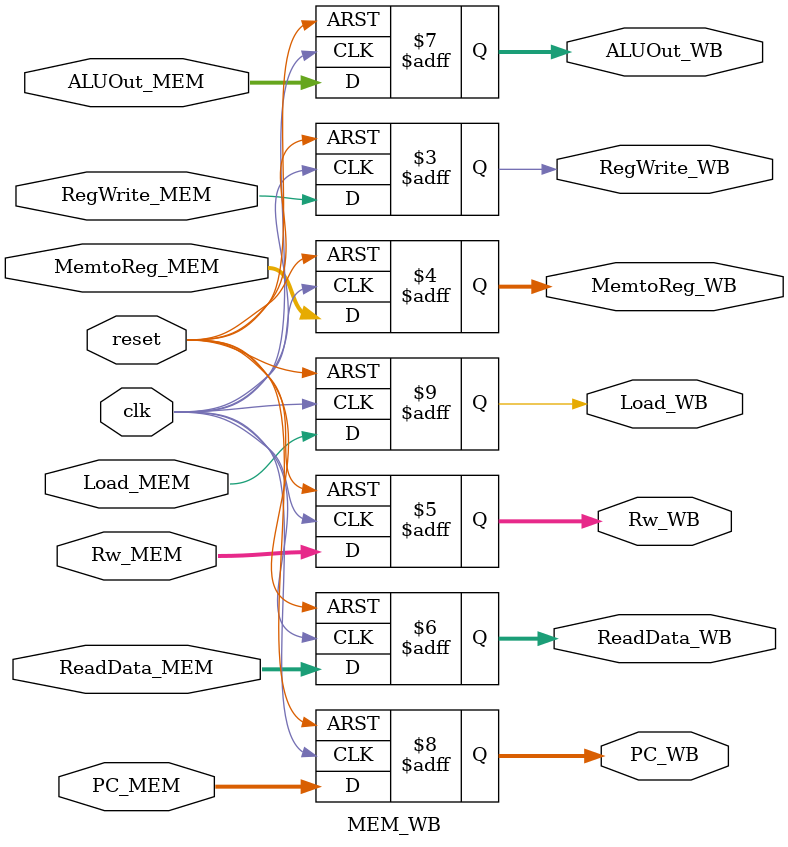
<source format=v>

module MEM_WB(
    input wire clk,
    input wire reset,

    input wire RegWrite_MEM,
    input wire [1:0] MemtoReg_MEM,
    input wire [4:0] Rw_MEM,
    input wire [31:0] ReadData_MEM,
    input wire [31:0] ALUOut_MEM,
    input wire [31:0] PC_MEM,
    input wire Load_MEM,

    output reg RegWrite_WB,
    output reg [1:0] MemtoReg_WB,
    output reg [4:0] Rw_WB,
    output reg [31:0] ReadData_WB,
    output reg [31:0] ALUOut_WB,
    output reg [31:0] PC_WB,
    output reg Load_WB
);

initial begin
    RegWrite_WB <= 0;
    MemtoReg_WB <= 0;
    Rw_WB <= 0;
    ReadData_WB <= 0;
    ALUOut_WB <= 0;
    PC_WB <= 0;
    Load_WB <= 0;
end

always @(posedge clk or posedge reset) begin
    if(reset) begin
        RegWrite_WB <= 0;
        MemtoReg_WB <= 0;
        Rw_WB <= 0;
        ReadData_WB <= 0;
        ALUOut_WB <= 0;
        PC_WB <= 0;
        Load_WB <= 0;
    end
    else begin
        RegWrite_WB <= RegWrite_MEM;
        MemtoReg_WB <= MemtoReg_MEM;
        Rw_WB <= Rw_MEM;
        ReadData_WB <= ReadData_MEM;
        ALUOut_WB <= ALUOut_MEM;
        PC_WB <= PC_MEM;
        Load_WB <= Load_MEM;
    end
end

endmodule
</source>
